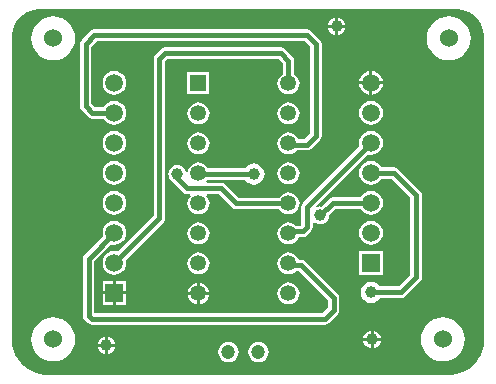
<source format=gbl>
G04*
G04 #@! TF.GenerationSoftware,Altium Limited,Altium Designer,20.1.8 (145)*
G04*
G04 Layer_Physical_Order=2*
G04 Layer_Color=16711680*
%FSAX24Y24*%
%MOIN*%
G70*
G04*
G04 #@! TF.SameCoordinates,A9D52D31-DEFF-4A73-B345-733BC34C7DFE*
G04*
G04*
G04 #@! TF.FilePolarity,Positive*
G04*
G01*
G75*
%ADD21C,0.0180*%
%ADD22C,0.0600*%
%ADD23R,0.0531X0.0531*%
%ADD24C,0.0531*%
%ADD25C,0.0591*%
%ADD26R,0.0591X0.0591*%
%ADD27C,0.0472*%
%ADD28C,0.0394*%
G36*
X038673Y031065D02*
X038852Y030990D01*
X039013Y030883D01*
X039150Y030746D01*
X039258Y030584D01*
X039332Y030405D01*
X039370Y030215D01*
X039370Y030118D01*
X039370Y030118D01*
X039370Y030118D01*
X039370Y020079D01*
X039370Y020001D01*
X039350Y019848D01*
X039310Y019698D01*
X039251Y019555D01*
X039173Y019421D01*
X039079Y019298D01*
X038969Y019189D01*
X038847Y019095D01*
X038712Y019017D01*
X038569Y018958D01*
X038420Y018918D01*
X038266Y018898D01*
X038189Y018898D01*
X024803Y018898D01*
X024726D01*
X024572Y018918D01*
X024423Y018958D01*
X024280Y019017D01*
X024146Y019095D01*
X024023Y019189D01*
X023913Y019298D01*
X023819Y019421D01*
X023742Y019555D01*
X023682Y019698D01*
X023642Y019848D01*
X023622Y020001D01*
Y020079D01*
X023622Y030118D01*
Y030215D01*
X023660Y030405D01*
X023734Y030584D01*
X023842Y030746D01*
X023979Y030883D01*
X024140Y030990D01*
X024319Y031065D01*
X024509Y031102D01*
X024606Y031102D01*
X024606Y031102D01*
X038386Y031102D01*
X038483Y031102D01*
X038673Y031065D01*
D02*
G37*
%LPC*%
G36*
X034499Y030805D02*
Y030562D01*
X034742D01*
X034738Y030589D01*
X034708Y030662D01*
X034661Y030724D01*
X034599Y030771D01*
X034526Y030801D01*
X034499Y030805D01*
D02*
G37*
G36*
X034399D02*
X034371Y030801D01*
X034299Y030771D01*
X034237Y030724D01*
X034190Y030662D01*
X034160Y030589D01*
X034156Y030562D01*
X034399D01*
Y030805D01*
D02*
G37*
G36*
X034742Y030462D02*
X034499D01*
Y030219D01*
X034526Y030223D01*
X034599Y030253D01*
X034661Y030300D01*
X034708Y030362D01*
X034738Y030434D01*
X034742Y030462D01*
D02*
G37*
G36*
X034399D02*
X034156D01*
X034160Y030434D01*
X034190Y030362D01*
X034237Y030300D01*
X034299Y030253D01*
X034371Y030223D01*
X034399Y030219D01*
Y030462D01*
D02*
G37*
G36*
X038189Y030852D02*
X038046Y030837D01*
X037908Y030796D01*
X037781Y030728D01*
X037670Y030637D01*
X037579Y030526D01*
X037511Y030399D01*
X037470Y030261D01*
X037456Y030118D01*
X037470Y029975D01*
X037511Y029837D01*
X037579Y029711D01*
X037670Y029599D01*
X037781Y029508D01*
X037908Y029440D01*
X038046Y029399D01*
X038189Y029385D01*
X038332Y029399D01*
X038470Y029440D01*
X038596Y029508D01*
X038708Y029599D01*
X038799Y029711D01*
X038867Y029837D01*
X038908Y029975D01*
X038922Y030118D01*
X038908Y030261D01*
X038867Y030399D01*
X038799Y030526D01*
X038708Y030637D01*
X038596Y030728D01*
X038470Y030796D01*
X038332Y030837D01*
X038189Y030852D01*
D02*
G37*
G36*
X025000D02*
X024857Y030837D01*
X024719Y030796D01*
X024593Y030728D01*
X024481Y030637D01*
X024390Y030526D01*
X024322Y030399D01*
X024281Y030261D01*
X024267Y030118D01*
X024281Y029975D01*
X024322Y029837D01*
X024390Y029711D01*
X024481Y029599D01*
X024593Y029508D01*
X024719Y029440D01*
X024857Y029399D01*
X025000Y029385D01*
X025143Y029399D01*
X025281Y029440D01*
X025407Y029508D01*
X025519Y029599D01*
X025610Y029711D01*
X025678Y029837D01*
X025719Y029975D01*
X025733Y030118D01*
X025719Y030261D01*
X025678Y030399D01*
X025610Y030526D01*
X025519Y030637D01*
X025407Y030728D01*
X025281Y030796D01*
X025143Y030837D01*
X025000Y030852D01*
D02*
G37*
G36*
X035644Y029021D02*
Y028679D01*
X035986D01*
X035979Y028732D01*
X035939Y028828D01*
X035876Y028911D01*
X035793Y028974D01*
X035697Y029014D01*
X035644Y029021D01*
D02*
G37*
G36*
X035544D02*
X035491Y029014D01*
X035394Y028974D01*
X035312Y028911D01*
X035248Y028828D01*
X035209Y028732D01*
X035202Y028679D01*
X035544D01*
Y029021D01*
D02*
G37*
G36*
X030209Y028978D02*
X029478D01*
Y028247D01*
X030209D01*
Y028978D01*
D02*
G37*
G36*
X032579Y029820D02*
X028740D01*
X028666Y029805D01*
X028603Y029763D01*
X028406Y029566D01*
X028364Y029503D01*
X028350Y029429D01*
Y024209D01*
X027153Y023012D01*
X027147Y023014D01*
X027044Y023028D01*
X026941Y023014D01*
X026844Y022974D01*
X026762Y022911D01*
X026698Y022828D01*
X026659Y022732D01*
X026645Y022629D01*
X026659Y022526D01*
X026698Y022430D01*
X026762Y022347D01*
X026844Y022284D01*
X026941Y022244D01*
X027044Y022230D01*
X027147Y022244D01*
X027243Y022284D01*
X027326Y022347D01*
X027389Y022430D01*
X027429Y022526D01*
X027442Y022629D01*
X027429Y022732D01*
X027426Y022738D01*
X028680Y023992D01*
X028722Y024054D01*
X028737Y024129D01*
Y029349D01*
X028820Y029432D01*
X032499D01*
X032650Y029281D01*
Y028925D01*
X032583Y028873D01*
X032524Y028797D01*
X032487Y028708D01*
X032475Y028613D01*
X032487Y028517D01*
X032524Y028428D01*
X032583Y028352D01*
X032659Y028293D01*
X032748Y028256D01*
X032844Y028244D01*
X032939Y028256D01*
X033028Y028293D01*
X033105Y028352D01*
X033163Y028428D01*
X033200Y028517D01*
X033213Y028613D01*
X033200Y028708D01*
X033163Y028797D01*
X033105Y028873D01*
X033037Y028925D01*
Y029361D01*
X033023Y029435D01*
X032981Y029498D01*
X032716Y029763D01*
X032653Y029805D01*
X032579Y029820D01*
D02*
G37*
G36*
X035986Y028579D02*
X035644D01*
Y028237D01*
X035697Y028244D01*
X035793Y028284D01*
X035876Y028347D01*
X035939Y028430D01*
X035979Y028526D01*
X035986Y028579D01*
D02*
G37*
G36*
X035544D02*
X035202D01*
X035209Y028526D01*
X035248Y028430D01*
X035312Y028347D01*
X035394Y028284D01*
X035491Y028244D01*
X035544Y028237D01*
Y028579D01*
D02*
G37*
G36*
X027044Y029028D02*
X026941Y029014D01*
X026844Y028974D01*
X026762Y028911D01*
X026698Y028828D01*
X026659Y028732D01*
X026645Y028629D01*
X026659Y028526D01*
X026698Y028430D01*
X026762Y028347D01*
X026844Y028284D01*
X026941Y028244D01*
X027044Y028230D01*
X027147Y028244D01*
X027243Y028284D01*
X027326Y028347D01*
X027389Y028430D01*
X027429Y028526D01*
X027442Y028629D01*
X027429Y028732D01*
X027389Y028828D01*
X027326Y028911D01*
X027243Y028974D01*
X027147Y029014D01*
X027044Y029028D01*
D02*
G37*
G36*
X032844Y027982D02*
X032748Y027969D01*
X032659Y027932D01*
X032583Y027873D01*
X032524Y027797D01*
X032487Y027708D01*
X032475Y027613D01*
X032487Y027517D01*
X032524Y027428D01*
X032583Y027352D01*
X032659Y027293D01*
X032748Y027256D01*
X032844Y027244D01*
X032939Y027256D01*
X033028Y027293D01*
X033105Y027352D01*
X033163Y027428D01*
X033200Y027517D01*
X033213Y027613D01*
X033200Y027708D01*
X033163Y027797D01*
X033105Y027873D01*
X033028Y027932D01*
X032939Y027969D01*
X032844Y027982D01*
D02*
G37*
G36*
X029844D02*
X029748Y027969D01*
X029659Y027932D01*
X029583Y027873D01*
X029524Y027797D01*
X029487Y027708D01*
X029475Y027613D01*
X029487Y027517D01*
X029524Y027428D01*
X029583Y027352D01*
X029659Y027293D01*
X029748Y027256D01*
X029844Y027244D01*
X029939Y027256D01*
X030028Y027293D01*
X030105Y027352D01*
X030163Y027428D01*
X030200Y027517D01*
X030213Y027613D01*
X030200Y027708D01*
X030163Y027797D01*
X030105Y027873D01*
X030028Y027932D01*
X029939Y027969D01*
X029844Y027982D01*
D02*
G37*
G36*
X035594Y028028D02*
X035491Y028014D01*
X035394Y027974D01*
X035312Y027911D01*
X035248Y027828D01*
X035209Y027732D01*
X035195Y027629D01*
X035209Y027526D01*
X035248Y027430D01*
X035312Y027347D01*
X035394Y027284D01*
X035491Y027244D01*
X035594Y027230D01*
X035697Y027244D01*
X035793Y027284D01*
X035876Y027347D01*
X035939Y027430D01*
X035979Y027526D01*
X035992Y027629D01*
X035979Y027732D01*
X035939Y027828D01*
X035876Y027911D01*
X035793Y027974D01*
X035697Y028014D01*
X035594Y028028D01*
D02*
G37*
G36*
X033465Y030410D02*
X026378D01*
X026304Y030396D01*
X026241Y030354D01*
X025946Y030058D01*
X025904Y029995D01*
X025889Y029921D01*
Y027854D01*
X025904Y027780D01*
X025946Y027717D01*
X026171Y027492D01*
X026234Y027450D01*
X026308Y027435D01*
X026696D01*
X026698Y027430D01*
X026762Y027347D01*
X026844Y027284D01*
X026941Y027244D01*
X027044Y027230D01*
X027147Y027244D01*
X027243Y027284D01*
X027326Y027347D01*
X027389Y027430D01*
X027429Y027526D01*
X027442Y027629D01*
X027429Y027732D01*
X027389Y027828D01*
X027326Y027911D01*
X027243Y027974D01*
X027147Y028014D01*
X027044Y028028D01*
X026941Y028014D01*
X026844Y027974D01*
X026762Y027911D01*
X026698Y027828D01*
X026696Y027823D01*
X026388D01*
X026276Y027935D01*
Y029841D01*
X026458Y030023D01*
X033384D01*
X033566Y029841D01*
Y026950D01*
X033384Y026769D01*
X033175D01*
X033163Y026797D01*
X033105Y026873D01*
X033028Y026932D01*
X032939Y026969D01*
X032844Y026981D01*
X032748Y026969D01*
X032659Y026932D01*
X032583Y026873D01*
X032524Y026797D01*
X032487Y026708D01*
X032475Y026613D01*
X032487Y026517D01*
X032524Y026428D01*
X032583Y026352D01*
X032659Y026293D01*
X032748Y026256D01*
X032844Y026244D01*
X032939Y026256D01*
X033028Y026293D01*
X033105Y026352D01*
X033127Y026381D01*
X033465D01*
X033539Y026396D01*
X033602Y026438D01*
X033897Y026733D01*
X033939Y026796D01*
X033954Y026870D01*
Y029921D01*
X033939Y029995D01*
X033897Y030058D01*
X033602Y030354D01*
X033539Y030396D01*
X033465Y030410D01*
D02*
G37*
G36*
X029844Y026981D02*
X029748Y026969D01*
X029659Y026932D01*
X029583Y026873D01*
X029524Y026797D01*
X029487Y026708D01*
X029475Y026613D01*
X029487Y026517D01*
X029524Y026428D01*
X029583Y026352D01*
X029659Y026293D01*
X029748Y026256D01*
X029844Y026244D01*
X029939Y026256D01*
X030028Y026293D01*
X030105Y026352D01*
X030163Y026428D01*
X030200Y026517D01*
X030213Y026613D01*
X030200Y026708D01*
X030163Y026797D01*
X030105Y026873D01*
X030028Y026932D01*
X029939Y026969D01*
X029844Y026981D01*
D02*
G37*
G36*
X035594Y027028D02*
X035491Y027014D01*
X035394Y026974D01*
X035312Y026911D01*
X035248Y026828D01*
X035209Y026732D01*
X035195Y026629D01*
X035209Y026526D01*
X035211Y026520D01*
X033328Y024637D01*
X033286Y024574D01*
X033271Y024500D01*
Y023899D01*
X033245Y023874D01*
X033104D01*
X033028Y023932D01*
X032939Y023969D01*
X032844Y023981D01*
X032748Y023969D01*
X032659Y023932D01*
X032583Y023873D01*
X032524Y023797D01*
X032487Y023708D01*
X032475Y023613D01*
X032487Y023517D01*
X032524Y023428D01*
X032583Y023352D01*
X032659Y023293D01*
X032748Y023256D01*
X032844Y023244D01*
X032939Y023256D01*
X033028Y023293D01*
X033105Y023352D01*
X033163Y023428D01*
X033187Y023486D01*
X033326D01*
X033400Y023501D01*
X033463Y023543D01*
X033602Y023682D01*
X033644Y023745D01*
X033658Y023819D01*
Y023968D01*
X033708Y023989D01*
X033755Y023953D01*
X033827Y023923D01*
X033905Y023913D01*
X033982Y023923D01*
X034054Y023953D01*
X034116Y024001D01*
X034164Y024063D01*
X034194Y024135D01*
X034204Y024213D01*
X034201Y024235D01*
X034401Y024435D01*
X035246D01*
X035248Y024430D01*
X035312Y024347D01*
X035394Y024284D01*
X035491Y024244D01*
X035594Y024230D01*
X035697Y024244D01*
X035793Y024284D01*
X035876Y024347D01*
X035939Y024430D01*
X035979Y024526D01*
X035992Y024629D01*
X035979Y024732D01*
X035939Y024828D01*
X035876Y024911D01*
X035793Y024974D01*
X035697Y025014D01*
X035594Y025028D01*
X035491Y025014D01*
X035394Y024974D01*
X035312Y024911D01*
X035248Y024828D01*
X035246Y024823D01*
X034321D01*
X034247Y024808D01*
X034184Y024766D01*
X033927Y024509D01*
X033905Y024512D01*
X033827Y024502D01*
X033800Y024491D01*
X033772Y024533D01*
X035485Y026246D01*
X035491Y026244D01*
X035594Y026230D01*
X035697Y026244D01*
X035793Y026284D01*
X035876Y026347D01*
X035939Y026430D01*
X035979Y026526D01*
X035992Y026629D01*
X035979Y026732D01*
X035939Y026828D01*
X035876Y026911D01*
X035793Y026974D01*
X035697Y027014D01*
X035594Y027028D01*
D02*
G37*
G36*
X027044D02*
X026941Y027014D01*
X026844Y026974D01*
X026762Y026911D01*
X026698Y026828D01*
X026659Y026732D01*
X026645Y026629D01*
X026659Y026526D01*
X026698Y026430D01*
X026762Y026347D01*
X026844Y026284D01*
X026941Y026244D01*
X027044Y026230D01*
X027147Y026244D01*
X027243Y026284D01*
X027326Y026347D01*
X027389Y026430D01*
X027429Y026526D01*
X027442Y026629D01*
X027429Y026732D01*
X027389Y026828D01*
X027326Y026911D01*
X027243Y026974D01*
X027147Y027014D01*
X027044Y027028D01*
D02*
G37*
G36*
X029844Y025982D02*
X029748Y025969D01*
X029659Y025932D01*
X029583Y025873D01*
X029524Y025797D01*
X029487Y025708D01*
X029478Y025635D01*
X029427D01*
X029423Y025668D01*
X029393Y025740D01*
X029346Y025802D01*
X029284Y025850D01*
X029211Y025880D01*
X029134Y025890D01*
X029056Y025880D01*
X028984Y025850D01*
X028922Y025802D01*
X028875Y025740D01*
X028845Y025668D01*
X028834Y025591D01*
X028845Y025513D01*
X028875Y025441D01*
X028922Y025379D01*
X028984Y025331D01*
X028987Y025330D01*
X028997Y025315D01*
X029337Y024976D01*
X029399Y024934D01*
X029474Y024919D01*
X029567D01*
X029572Y024906D01*
X029579Y024869D01*
X029524Y024797D01*
X029487Y024708D01*
X029475Y024613D01*
X029487Y024517D01*
X029524Y024428D01*
X029583Y024352D01*
X029659Y024293D01*
X029748Y024256D01*
X029844Y024244D01*
X029939Y024256D01*
X030028Y024293D01*
X030105Y024352D01*
X030163Y024428D01*
X030200Y024517D01*
X030213Y024613D01*
X030200Y024708D01*
X030163Y024797D01*
X030108Y024869D01*
X030116Y024906D01*
X030120Y024919D01*
X030516D01*
X030959Y024476D01*
X031022Y024434D01*
X031096Y024419D01*
X032531D01*
X032583Y024352D01*
X032659Y024293D01*
X032748Y024256D01*
X032844Y024244D01*
X032939Y024256D01*
X033028Y024293D01*
X033105Y024352D01*
X033163Y024428D01*
X033200Y024517D01*
X033213Y024613D01*
X033200Y024708D01*
X033163Y024797D01*
X033105Y024873D01*
X033028Y024932D01*
X032939Y024969D01*
X032844Y024982D01*
X032748Y024969D01*
X032659Y024932D01*
X032583Y024873D01*
X032531Y024806D01*
X031176D01*
X030733Y025250D01*
X030670Y025292D01*
X030596Y025306D01*
X030120D01*
X030116Y025319D01*
X030108Y025356D01*
X030148Y025408D01*
X031392D01*
X031443Y025341D01*
X031516Y025285D01*
X031602Y025250D01*
X031693Y025238D01*
X031784Y025250D01*
X031869Y025285D01*
X031943Y025341D01*
X031999Y025414D01*
X032034Y025499D01*
X032046Y025591D01*
X032034Y025682D01*
X031999Y025767D01*
X031943Y025840D01*
X031869Y025896D01*
X031784Y025932D01*
X031693Y025944D01*
X031602Y025932D01*
X031516Y025896D01*
X031443Y025840D01*
X031409Y025795D01*
X030164D01*
X030163Y025797D01*
X030105Y025873D01*
X030028Y025932D01*
X029939Y025969D01*
X029844Y025982D01*
D02*
G37*
G36*
X032844D02*
X032748Y025969D01*
X032659Y025932D01*
X032583Y025873D01*
X032524Y025797D01*
X032487Y025708D01*
X032475Y025613D01*
X032487Y025517D01*
X032524Y025428D01*
X032583Y025352D01*
X032659Y025293D01*
X032748Y025256D01*
X032844Y025244D01*
X032939Y025256D01*
X033028Y025293D01*
X033105Y025352D01*
X033163Y025428D01*
X033200Y025517D01*
X033213Y025613D01*
X033200Y025708D01*
X033163Y025797D01*
X033105Y025873D01*
X033028Y025932D01*
X032939Y025969D01*
X032844Y025982D01*
D02*
G37*
G36*
X027044Y026028D02*
X026941Y026014D01*
X026844Y025974D01*
X026762Y025911D01*
X026698Y025828D01*
X026659Y025732D01*
X026645Y025629D01*
X026659Y025526D01*
X026698Y025430D01*
X026762Y025347D01*
X026844Y025284D01*
X026941Y025244D01*
X027044Y025230D01*
X027147Y025244D01*
X027243Y025284D01*
X027326Y025347D01*
X027389Y025430D01*
X027429Y025526D01*
X027442Y025629D01*
X027429Y025732D01*
X027389Y025828D01*
X027326Y025911D01*
X027243Y025974D01*
X027147Y026014D01*
X027044Y026028D01*
D02*
G37*
G36*
Y025028D02*
X026941Y025014D01*
X026844Y024974D01*
X026762Y024911D01*
X026698Y024828D01*
X026659Y024732D01*
X026645Y024629D01*
X026659Y024526D01*
X026698Y024430D01*
X026762Y024347D01*
X026844Y024284D01*
X026941Y024244D01*
X027044Y024230D01*
X027147Y024244D01*
X027243Y024284D01*
X027326Y024347D01*
X027389Y024430D01*
X027429Y024526D01*
X027442Y024629D01*
X027429Y024732D01*
X027389Y024828D01*
X027326Y024911D01*
X027243Y024974D01*
X027147Y025014D01*
X027044Y025028D01*
D02*
G37*
G36*
X029844Y023981D02*
X029748Y023969D01*
X029659Y023932D01*
X029583Y023873D01*
X029524Y023797D01*
X029487Y023708D01*
X029475Y023613D01*
X029487Y023517D01*
X029524Y023428D01*
X029583Y023352D01*
X029659Y023293D01*
X029748Y023256D01*
X029844Y023244D01*
X029939Y023256D01*
X030028Y023293D01*
X030105Y023352D01*
X030163Y023428D01*
X030200Y023517D01*
X030213Y023613D01*
X030200Y023708D01*
X030163Y023797D01*
X030105Y023873D01*
X030028Y023932D01*
X029939Y023969D01*
X029844Y023981D01*
D02*
G37*
G36*
X035594Y024028D02*
X035491Y024014D01*
X035394Y023974D01*
X035312Y023911D01*
X035248Y023828D01*
X035209Y023732D01*
X035195Y023629D01*
X035209Y023526D01*
X035248Y023430D01*
X035312Y023347D01*
X035394Y023284D01*
X035491Y023244D01*
X035594Y023230D01*
X035697Y023244D01*
X035793Y023284D01*
X035876Y023347D01*
X035939Y023430D01*
X035979Y023526D01*
X035992Y023629D01*
X035979Y023732D01*
X035939Y023828D01*
X035876Y023911D01*
X035793Y023974D01*
X035697Y024014D01*
X035594Y024028D01*
D02*
G37*
G36*
X027044D02*
X026941Y024014D01*
X026844Y023974D01*
X026762Y023911D01*
X026698Y023828D01*
X026659Y023732D01*
X026645Y023629D01*
X026659Y023526D01*
X026661Y023520D01*
X026044Y022903D01*
X026002Y022840D01*
X025987Y022766D01*
Y020873D01*
X026002Y020799D01*
X026044Y020736D01*
X026150Y020631D01*
X026212Y020589D01*
X026287Y020574D01*
X034055D01*
X034129Y020589D01*
X034192Y020631D01*
X034487Y020926D01*
X034529Y020989D01*
X034544Y021063D01*
Y021457D01*
X034529Y021531D01*
X034487Y021594D01*
X033399Y022682D01*
X033336Y022724D01*
X033262Y022739D01*
X033187D01*
X033163Y022797D01*
X033105Y022873D01*
X033028Y022932D01*
X032939Y022969D01*
X032844Y022982D01*
X032748Y022969D01*
X032659Y022932D01*
X032583Y022873D01*
X032524Y022797D01*
X032487Y022708D01*
X032475Y022613D01*
X032487Y022517D01*
X032524Y022428D01*
X032583Y022352D01*
X032659Y022293D01*
X032748Y022256D01*
X032844Y022244D01*
X032939Y022256D01*
X033028Y022293D01*
X033104Y022352D01*
X033182D01*
X034157Y021376D01*
Y021143D01*
X033975Y020961D01*
X026375D01*
Y022686D01*
X026935Y023246D01*
X026941Y023244D01*
X027044Y023230D01*
X027147Y023244D01*
X027243Y023284D01*
X027326Y023347D01*
X027389Y023430D01*
X027429Y023526D01*
X027442Y023629D01*
X027429Y023732D01*
X027389Y023828D01*
X027326Y023911D01*
X027243Y023974D01*
X027147Y024014D01*
X027044Y024028D01*
D02*
G37*
G36*
X029844Y022982D02*
X029748Y022969D01*
X029659Y022932D01*
X029583Y022873D01*
X029524Y022797D01*
X029487Y022708D01*
X029475Y022613D01*
X029487Y022517D01*
X029524Y022428D01*
X029583Y022352D01*
X029659Y022293D01*
X029748Y022256D01*
X029844Y022244D01*
X029939Y022256D01*
X030028Y022293D01*
X030105Y022352D01*
X030163Y022428D01*
X030200Y022517D01*
X030213Y022613D01*
X030200Y022708D01*
X030163Y022797D01*
X030105Y022873D01*
X030028Y022932D01*
X029939Y022969D01*
X029844Y022982D01*
D02*
G37*
G36*
X035989Y023024D02*
X035198D01*
Y022234D01*
X035989D01*
Y023024D01*
D02*
G37*
G36*
X035594Y026028D02*
X035491Y026014D01*
X035394Y025974D01*
X035312Y025911D01*
X035248Y025828D01*
X035209Y025732D01*
X035195Y025629D01*
X035209Y025526D01*
X035248Y025430D01*
X035312Y025347D01*
X035394Y025284D01*
X035491Y025244D01*
X035594Y025230D01*
X035697Y025244D01*
X035793Y025284D01*
X035876Y025347D01*
X035939Y025430D01*
X035941Y025435D01*
X036291D01*
X036906Y024820D01*
Y022230D01*
X036520Y021844D01*
X035893D01*
X035850Y021900D01*
X035777Y021956D01*
X035691Y021991D01*
X035600Y022003D01*
X035509Y021991D01*
X035423Y021956D01*
X035350Y021900D01*
X035294Y021827D01*
X035259Y021741D01*
X035247Y021650D01*
X035259Y021559D01*
X035294Y021473D01*
X035350Y021400D01*
X035423Y021344D01*
X035509Y021309D01*
X035600Y021297D01*
X035691Y021309D01*
X035777Y021344D01*
X035850Y021400D01*
X035893Y021456D01*
X036600D01*
X036674Y021471D01*
X036737Y021513D01*
X037237Y022013D01*
X037279Y022076D01*
X037294Y022150D01*
Y024900D01*
X037279Y024974D01*
X037237Y025037D01*
X036508Y025766D01*
X036445Y025808D01*
X036371Y025823D01*
X035941D01*
X035939Y025828D01*
X035876Y025911D01*
X035793Y025974D01*
X035697Y026014D01*
X035594Y026028D01*
D02*
G37*
G36*
X027439Y022024D02*
X027094D01*
Y021679D01*
X027439D01*
Y022024D01*
D02*
G37*
G36*
X026994D02*
X026648D01*
Y021679D01*
X026994D01*
Y022024D01*
D02*
G37*
G36*
X029894Y021975D02*
Y021663D01*
X030206D01*
X030200Y021708D01*
X030163Y021797D01*
X030105Y021873D01*
X030028Y021932D01*
X029939Y021969D01*
X029894Y021975D01*
D02*
G37*
G36*
X029794D02*
X029748Y021969D01*
X029659Y021932D01*
X029583Y021873D01*
X029524Y021797D01*
X029487Y021708D01*
X029481Y021663D01*
X029794D01*
Y021975D01*
D02*
G37*
G36*
X030206Y021563D02*
X029894D01*
Y021250D01*
X029939Y021256D01*
X030028Y021293D01*
X030105Y021352D01*
X030163Y021428D01*
X030200Y021517D01*
X030206Y021563D01*
D02*
G37*
G36*
X029794D02*
X029481D01*
X029487Y021517D01*
X029524Y021428D01*
X029583Y021352D01*
X029659Y021293D01*
X029748Y021256D01*
X029794Y021250D01*
Y021563D01*
D02*
G37*
G36*
X032844Y021981D02*
X032748Y021969D01*
X032659Y021932D01*
X032583Y021873D01*
X032524Y021797D01*
X032487Y021708D01*
X032475Y021613D01*
X032487Y021517D01*
X032524Y021428D01*
X032583Y021352D01*
X032659Y021293D01*
X032748Y021256D01*
X032844Y021244D01*
X032939Y021256D01*
X033028Y021293D01*
X033105Y021352D01*
X033163Y021428D01*
X033200Y021517D01*
X033213Y021613D01*
X033200Y021708D01*
X033163Y021797D01*
X033105Y021873D01*
X033028Y021932D01*
X032939Y021969D01*
X032844Y021981D01*
D02*
G37*
G36*
X027439Y021579D02*
X027094D01*
Y021234D01*
X027439D01*
Y021579D01*
D02*
G37*
G36*
X026994D02*
X026648D01*
Y021234D01*
X026994D01*
Y021579D01*
D02*
G37*
G36*
X035680Y020372D02*
Y020129D01*
X035923D01*
X035919Y020156D01*
X035889Y020228D01*
X035842Y020290D01*
X035780Y020338D01*
X035707Y020368D01*
X035680Y020372D01*
D02*
G37*
G36*
X035580D02*
X035552Y020368D01*
X035480Y020338D01*
X035418Y020290D01*
X035371Y020228D01*
X035341Y020156D01*
X035337Y020129D01*
X035580D01*
Y020372D01*
D02*
G37*
G36*
X026822Y020175D02*
Y019932D01*
X027064D01*
X027061Y019959D01*
X027031Y020032D01*
X026983Y020094D01*
X026921Y020141D01*
X026849Y020171D01*
X026822Y020175D01*
D02*
G37*
G36*
X026722D02*
X026694Y020171D01*
X026622Y020141D01*
X026560Y020094D01*
X026512Y020032D01*
X026482Y019959D01*
X026479Y019932D01*
X026722D01*
Y020175D01*
D02*
G37*
G36*
X035923Y020029D02*
X035680D01*
Y019786D01*
X035707Y019790D01*
X035780Y019819D01*
X035842Y019867D01*
X035889Y019929D01*
X035919Y020001D01*
X035923Y020029D01*
D02*
G37*
G36*
X035580D02*
X035337D01*
X035341Y020001D01*
X035371Y019929D01*
X035418Y019867D01*
X035480Y019819D01*
X035552Y019790D01*
X035580Y019786D01*
Y020029D01*
D02*
G37*
G36*
X027064Y019832D02*
X026822D01*
Y019589D01*
X026849Y019593D01*
X026921Y019623D01*
X026983Y019670D01*
X027031Y019732D01*
X027061Y019804D01*
X027064Y019832D01*
D02*
G37*
G36*
X026722D02*
X026479D01*
X026482Y019804D01*
X026512Y019732D01*
X026560Y019670D01*
X026622Y019623D01*
X026694Y019593D01*
X026722Y019589D01*
Y019832D01*
D02*
G37*
G36*
X037992Y020812D02*
X037849Y020798D01*
X037711Y020756D01*
X037585Y020689D01*
X037473Y020597D01*
X037382Y020486D01*
X037315Y020359D01*
X037273Y020222D01*
X037259Y020079D01*
X037273Y019936D01*
X037315Y019798D01*
X037382Y019671D01*
X037473Y019560D01*
X037585Y019469D01*
X037711Y019401D01*
X037849Y019359D01*
X037992Y019345D01*
X038135Y019359D01*
X038273Y019401D01*
X038400Y019469D01*
X038511Y019560D01*
X038602Y019671D01*
X038670Y019798D01*
X038711Y019936D01*
X038726Y020079D01*
X038711Y020222D01*
X038670Y020359D01*
X038602Y020486D01*
X038511Y020597D01*
X038400Y020689D01*
X038273Y020756D01*
X038135Y020798D01*
X037992Y020812D01*
D02*
G37*
G36*
X025000D02*
X024857Y020798D01*
X024719Y020756D01*
X024593Y020689D01*
X024481Y020597D01*
X024390Y020486D01*
X024322Y020359D01*
X024281Y020222D01*
X024267Y020079D01*
X024281Y019936D01*
X024322Y019798D01*
X024390Y019671D01*
X024481Y019560D01*
X024593Y019469D01*
X024719Y019401D01*
X024857Y019359D01*
X025000Y019345D01*
X025143Y019359D01*
X025281Y019401D01*
X025407Y019469D01*
X025519Y019560D01*
X025610Y019671D01*
X025678Y019798D01*
X025719Y019936D01*
X025733Y020079D01*
X025719Y020222D01*
X025678Y020359D01*
X025610Y020486D01*
X025519Y020597D01*
X025407Y020689D01*
X025281Y020756D01*
X025143Y020798D01*
X025000Y020812D01*
D02*
G37*
G36*
X031844Y019995D02*
X031756Y019984D01*
X031674Y019950D01*
X031604Y019896D01*
X031550Y019826D01*
X031516Y019744D01*
X031505Y019656D01*
X031516Y019569D01*
X031550Y019487D01*
X031604Y019417D01*
X031674Y019363D01*
X031756Y019329D01*
X031844Y019317D01*
X031931Y019329D01*
X032013Y019363D01*
X032083Y019417D01*
X032137Y019487D01*
X032171Y019569D01*
X032183Y019656D01*
X032171Y019744D01*
X032137Y019826D01*
X032083Y019896D01*
X032013Y019950D01*
X031931Y019984D01*
X031844Y019995D01*
D02*
G37*
G36*
X030844D02*
X030756Y019984D01*
X030674Y019950D01*
X030604Y019896D01*
X030550Y019826D01*
X030516Y019744D01*
X030505Y019656D01*
X030516Y019569D01*
X030550Y019487D01*
X030604Y019417D01*
X030674Y019363D01*
X030756Y019329D01*
X030844Y019317D01*
X030931Y019329D01*
X031013Y019363D01*
X031084Y019417D01*
X031137Y019487D01*
X031171Y019569D01*
X031183Y019656D01*
X031171Y019744D01*
X031137Y019826D01*
X031084Y019896D01*
X031013Y019950D01*
X030931Y019984D01*
X030844Y019995D01*
D02*
G37*
%LPD*%
D21*
X035594Y025629D02*
X036371D01*
X037100Y022150D02*
Y024900D01*
X036371Y025629D02*
X037100Y024900D01*
X035600Y021650D02*
X036600D01*
X037100Y022150D01*
X031096Y024613D02*
X032844D01*
X030596Y025113D02*
X031096Y024613D01*
X029844Y025613D02*
X029855Y025602D01*
X031682D01*
X031693Y025591D01*
X029474Y025113D02*
X030596D01*
X029134Y025452D02*
X029474Y025113D01*
X029134Y025452D02*
Y025591D01*
X033326Y023680D02*
X033465Y023819D01*
Y024500D02*
X035594Y026629D01*
X033465Y023819D02*
Y024500D01*
X032844Y023613D02*
X032911Y023680D01*
X033326D01*
X034321Y024629D02*
X035594D01*
X033905Y024213D02*
X034321Y024629D01*
X028543Y024129D02*
Y029429D01*
X027044Y022629D02*
X028543Y024129D01*
Y029429D02*
X028740Y029626D01*
X032844Y026613D02*
X032882Y026575D01*
X033465D01*
X033760Y026870D01*
Y029921D01*
X033465Y030217D02*
X033760Y029921D01*
X026083Y029921D02*
X026378Y030217D01*
X033465D01*
X026083Y027854D02*
Y029921D01*
X026308Y027629D02*
X027044D01*
X026083Y027854D02*
X026308Y027629D01*
X028740Y029626D02*
X032579D01*
X032844Y022613D02*
X032911Y022545D01*
X033262D01*
X034350Y021457D01*
Y021063D02*
Y021457D01*
X034055Y020768D02*
X034350Y021063D01*
X026287Y020768D02*
X034055D01*
X026181Y020873D02*
Y022766D01*
Y020873D02*
X026287Y020768D01*
X026181Y022766D02*
X027044Y023629D01*
X032844Y028613D02*
Y029361D01*
X032579Y029626D02*
X032844Y029361D01*
D22*
X037992Y020079D02*
D03*
X038189Y030118D02*
D03*
X025000Y020079D02*
D03*
Y030118D02*
D03*
D23*
X029844Y028613D02*
D03*
D24*
Y027613D02*
D03*
Y026613D02*
D03*
Y025613D02*
D03*
Y024613D02*
D03*
Y023613D02*
D03*
Y022613D02*
D03*
Y021613D02*
D03*
X032844D02*
D03*
Y022613D02*
D03*
Y023613D02*
D03*
Y024613D02*
D03*
Y025613D02*
D03*
Y026613D02*
D03*
Y027613D02*
D03*
Y028613D02*
D03*
D25*
X035594Y024629D02*
D03*
Y023629D02*
D03*
Y025629D02*
D03*
Y026629D02*
D03*
Y027629D02*
D03*
Y028629D02*
D03*
X027044D02*
D03*
Y027629D02*
D03*
Y026629D02*
D03*
Y025629D02*
D03*
Y024629D02*
D03*
Y023629D02*
D03*
Y022629D02*
D03*
D26*
X035594D02*
D03*
X027044Y021629D02*
D03*
D27*
X031844Y019656D02*
D03*
X030844D02*
D03*
D28*
X035600Y021650D02*
D03*
X031693Y025591D02*
D03*
X026772Y019882D02*
D03*
X035630Y020079D02*
D03*
X034449Y030512D02*
D03*
X033905Y024213D02*
D03*
X029134Y025591D02*
D03*
M02*

</source>
